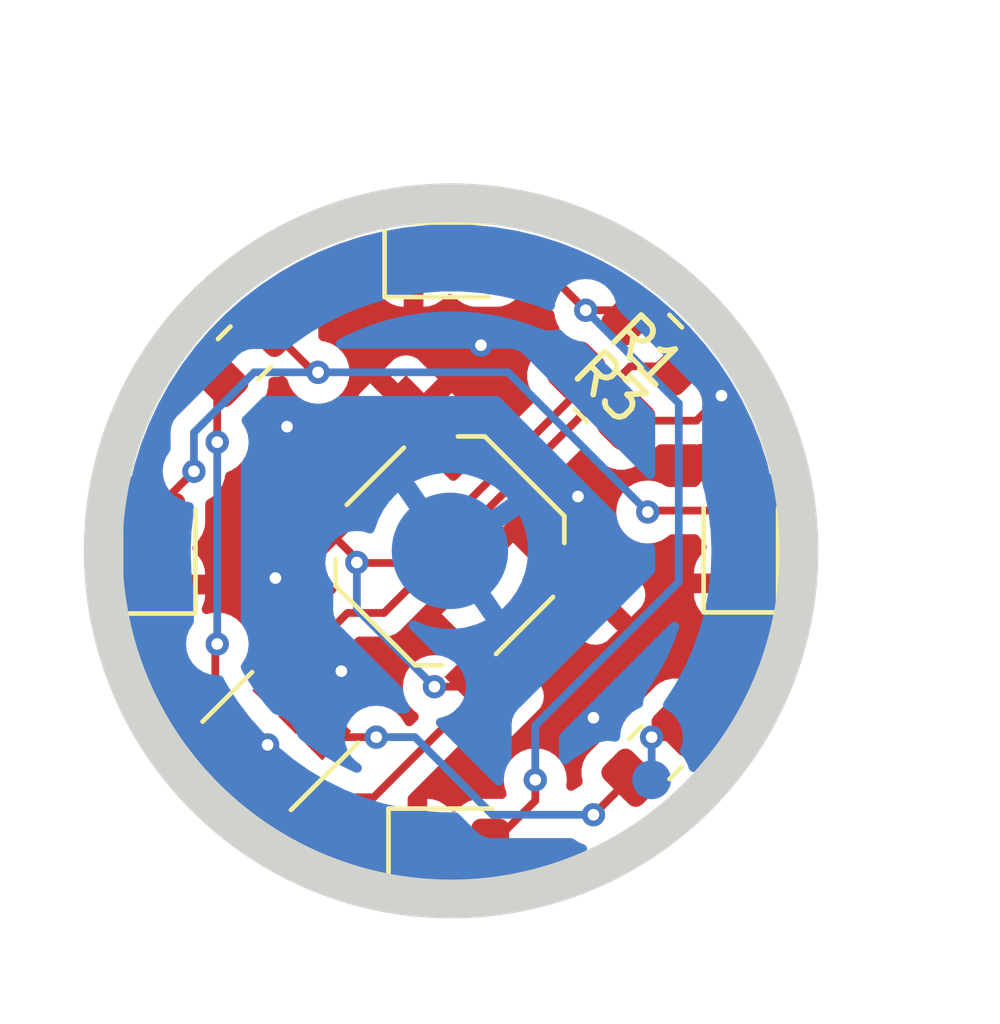
<source format=kicad_pcb>
(kicad_pcb (version 20221018) (generator pcbnew)
  (layers (0 "F.Cu" signal) (31 "B.Cu" signal) (34 "B.Paste" user) (35 "F.Paste" user) (36 "B.SilkS" user "B.Silkscreen") (37 "F.SilkS" user "F.Silkscreen") (38 "B.Mask" user) (39 "F.Mask" user) (44 "Edge.Cuts" user))
  (net 0 "")
  (net 1 "Net-(J1-Pad1)")
  (net 2 "/VCC")
  (net 3 "/GND")
  (net 4 "Net-(D1-A)")
  (net 5 "Net-(U1-PB1)")
  (net 6 "Net-(U1-PB0)")
  (net 7 "Net-(U1-PB2)")
  (net 8 "/RST")
  (net 9 "Net-(D2-A)")
  (footprint "LED_SMD:LED_0805_2012Metric" (layer "F.Cu") (at 92.48 44.93 90)
    (fp_text reference "D2" hide)
    (fp_text value "LED" hide)
    (fp_line (start -1.685 -0.96) (end -1.685 0.96) (stroke (width 0.12)) (layer "F.SilkS"))
    (fp_line (start -1.685 0.96) (end 1 0.96) (stroke (width 0.12)) (layer "F.SilkS"))
    (fp_line (start 1 -0.96) (end -1.685 -0.96) (stroke (width 0.12)) (layer "F.SilkS"))
    (pad "1" smd roundrect (at -0.9375 0 90) (size 0.975 1.4) (layers "F.Cu" "F.Paste" "F.Mask") (net 3 "/GND"))
    (pad "2" smd roundrect (at 0.9375 0 90) (size 0.975 1.4) (layers "F.Cu" "F.Paste" "F.Mask") (net 9 "Net-(D2-A)"))
  )
  (footprint "LED_SMD:LED_0805_2012Metric" (layer "F.Cu") (at 100 37.5)
    (fp_text reference "D3" hide)
    (fp_text value "LED" hide)
    (fp_line (start -1.685 -0.96) (end -1.685 0.96) (stroke (width 0.12)) (layer "F.SilkS"))
    (fp_line (start -1.685 0.96) (end 1 0.96) (stroke (width 0.12)) (layer "F.SilkS"))
    (fp_line (start 1 -0.96) (end -1.685 -0.96) (stroke (width 0.12)) (layer "F.SilkS"))
    (pad "1" smd roundrect (at -0.9375 0) (size 0.975 1.4) (layers "F.Cu" "F.Paste" "F.Mask") (net 3 "/GND"))
    (pad "2" smd roundrect (at 0.9375 0) (size 0.975 1.4) (layers "F.Cu" "F.Paste" "F.Mask") (net 4 "Net-(D1-A)"))
  )
  (footprint "LED_SMD:LED_0805_2012Metric" (layer "F.Cu") (at 107.5 44.9 90)
    (fp_text reference "D4" hide)
    (fp_text value "LED" hide)
    (fp_line (start -1.685 -0.96) (end -1.685 0.96) (stroke (width 0.12)) (layer "F.SilkS"))
    (fp_line (start -1.685 0.96) (end 1 0.96) (stroke (width 0.12)) (layer "F.SilkS"))
    (fp_line (start 1 -0.96) (end -1.685 -0.96) (stroke (width 0.12)) (layer "F.SilkS"))
    (pad "1" smd roundrect (at -0.9375 0 90) (size 0.975 1.4) (layers "F.Cu" "F.Paste" "F.Mask") (net 3 "/GND"))
    (pad "2" smd roundrect (at 0.9375 0 90) (size 0.975 1.4) (layers "F.Cu" "F.Paste" "F.Mask") (net 9 "Net-(D2-A)"))
  )
  (footprint "Resistor_SMD:R_0805_2012Metric" (layer "F.Cu") (at 103.9 41 -45)
    (fp_text reference "R1" (at 0 -1.65 135) (layer "F.SilkS"))
    (fp_text value "10k")
    (fp_line (start -0.227064 -0.735) (end 0.227064 -0.735) (stroke (width 0.12)) (layer "F.SilkS"))
    (fp_line (start -0.227064 0.735) (end 0.227064 0.735) (stroke (width 0.12)) (layer "F.SilkS"))
    (pad "1" smd roundrect (at -0.9125 0 315) (size 1.025 1.4) (layers "F.Cu" "F.Paste" "F.Mask") (roundrect_rratio 0.243902) (net 8 "/RST"))
    (pad "2" smd roundrect (at 0.9125 0 315) (size 1.025 1.4) (layers "F.Cu" "F.Paste" "F.Mask") (roundrect_rratio 0.243902) (net 2 "/VCC"))
  )
  (footprint "Resistor_SMD:R_0805_2012Metric" (layer "F.Cu") (at 105.3 50.2 -135)
    (fp_text reference "R2" hide)
    (fp_text value "RESISTOR0805")
    (fp_line (start -0.227064 -0.735) (end 0.227064 -0.735) (stroke (width 0.12)) (layer "F.SilkS"))
    (fp_line (start -0.227064 0.735) (end 0.227064 0.735) (stroke (width 0.12)) (layer "F.SilkS"))
    (pad "1" smd roundrect (at -0.9125 0 225) (size 1.025 1.4) (layers "F.Cu" "F.Paste" "F.Mask") (roundrect_rratio 0.243902) (net 1 "Net-(J1-Pad1)"))
    (pad "2" smd roundrect (at 0.9125 0 225) (size 1.025 1.4) (layers "F.Cu" "F.Paste" "F.Mask") (roundrect_rratio 0.243902) (net 6 "Net-(U1-PB0)"))
  )
  (footprint "Package_TO_SOT_SMD:SOT-23-6" (layer "F.Cu") (at 95.4 49.9 -135)
    (fp_text reference "U1" hide)
    (fp_text value "ATtiny10-TS" hide)
    (fp_line (start -0.9 1.61) (end 0.9 1.61) (stroke (width 0.12)) (layer "F.SilkS"))
    (fp_line (start 0.9 -1.61) (end -1.55 -1.61) (stroke (width 0.12)) (layer "F.SilkS"))
    (pad "1" smd rect (at -1.1 -0.95 225) (size 1.06 0.65) (layers "F.Cu" "F.Paste" "F.Mask") (net 6 "Net-(U1-PB0)"))
    (pad "2" smd rect (at -1.1 0 225) (size 1.06 0.65) (layers "F.Cu" "F.Paste" "F.Mask") (net 3 "/GND"))
    (pad "3" smd rect (at -1.1 0.95 225) (size 1.06 0.65) (layers "F.Cu" "F.Paste" "F.Mask") (net 5 "Net-(U1-PB1)"))
    (pad "4" smd rect (at 1.1 0.95 225) (size 1.06 0.65) (layers "F.Cu" "F.Paste" "F.Mask") (net 7 "Net-(U1-PB2)"))
    (pad "5" smd rect (at 1.1 0 225) (size 1.06 0.65) (layers "F.Cu" "F.Paste" "F.Mask") (net 2 "/VCC"))
    (pad "6" smd rect (at 1.1 -0.95 225) (size 1.06 0.65) (layers "F.Cu" "F.Paste" "F.Mask") (net 8 "/RST"))
  )
  (footprint "LED_SMD:LED_0805_2012Metric" (layer "F.Cu") (at 100.1 52.6)
    (fp_text reference "D1" hide)
    (fp_text value "LED" hide)
    (fp_line (start -1.685 -0.96) (end -1.685 0.96) (stroke (width 0.12)) (layer "F.SilkS"))
    (fp_line (start -1.685 0.96) (end 1 0.96) (stroke (width 0.12)) (layer "F.SilkS"))
    (fp_line (start 1 -0.96) (end -1.685 -0.96) (stroke (width 0.12)) (layer "F.SilkS"))
    (pad "1" smd roundrect (at -0.9375 0) (size 0.975 1.4) (layers "F.Cu" "F.Paste" "F.Mask") (net 3 "/GND"))
    (pad "2" smd roundrect (at 0.9375 0) (size 0.975 1.4) (layers "F.Cu" "F.Paste" "F.Mask") (net 4 "Net-(D1-A)"))
  )
  (footprint "Resistor_SMD:R_0805_2012Metric" (layer "F.Cu") (at 94.7 39.9 45)
    (fp_text reference "R4" hide)
    (fp_text value "RESISTOR0805")
    (fp_line (start -0.227064 -0.735) (end 0.227064 -0.735) (stroke (width 0.12)) (layer "F.SilkS"))
    (fp_line (start -0.227064 0.735) (end 0.227064 0.735) (stroke (width 0.12)) (layer "F.SilkS"))
    (pad "1" smd roundrect (at -0.9125 0 45) (size 1.025 1.4) (layers "F.Cu" "F.Paste" "F.Mask") (roundrect_rratio 0.243902) (net 7 "Net-(U1-PB2)"))
    (pad "2" smd roundrect (at 0.9125 0 45) (size 1.025 1.4) (layers "F.Cu" "F.Paste" "F.Mask") (roundrect_rratio 0.243902) (net 9 "Net-(D2-A)"))
  )
  (footprint "Resistor_SMD:R_0805_2012Metric" (layer "F.Cu") (at 105.3 39.6 135)
    (fp_text reference "R3" (at 0 -1.65 135) (layer "F.SilkS"))
    (fp_text value "RESISTOR0805")
    (fp_line (start -0.227064 -0.735) (end 0.227064 -0.735) (stroke (width 0.12)) (layer "F.SilkS"))
    (fp_line (start -0.227064 0.735) (end 0.227064 0.735) (stroke (width 0.12)) (layer "F.SilkS"))
    (pad "1" smd roundrect (at -0.9125 0 135) (size 1.025 1.4) (layers "F.Cu" "F.Paste" "F.Mask") (roundrect_rratio 0.243902) (net 5 "Net-(U1-PB1)"))
    (pad "2" smd roundrect (at 0.9125 0 135) (size 1.025 1.4) (layers "F.Cu" "F.Paste" "F.Mask") (roundrect_rratio 0.243902) (net 4 "Net-(D1-A)"))
  )
  (footprint "Button_Switch_SMD:SW_SPST_SKQG_WithoutStem" (layer "F.Cu") (at 100 45 135)
    (fp_text reference "S1" hide)
    (fp_text value "ROCKER_SWITCH-SPST_PTH_RIGHT_ANGLE")
    (fp_line (start -2.72 1.04) (end -2.72 -1.04) (stroke (width 0.12)) (layer "F.SilkS"))
    (fp_line (start -1.45 -2.72) (end -1.94 -2.23) (stroke (width 0.12)) (layer "F.SilkS"))
    (fp_line (start -1.45 -2.72) (end 1.45 -2.72) (stroke (width 0.12)) (layer "F.SilkS"))
    (fp_line (start -1.45 2.72) (end -1.94 2.23) (stroke (width 0.12)) (layer "F.SilkS"))
    (fp_line (start -1.45 2.72) (end 1.45 2.72) (stroke (width 0.12)) (layer "F.SilkS"))
    (fp_line (start 1.45 -2.72) (end 1.94 -2.23) (stroke (width 0.12)) (layer "F.SilkS"))
    (fp_line (start 1.45 2.72) (end 1.94 2.23) (stroke (width 0.12)) (layer "F.SilkS"))
    (fp_line (start 2.72 1.04) (end 2.72 -1.04) (stroke (width 0.12)) (layer "F.SilkS"))
    (pad "1" smd rect (at -3.1 -1.85 135) (size 1.8 1.1) (layers "F.Cu" "F.Paste" "F.Mask") (net 8 "/RST"))
    (pad "1" smd rect (at 3.1 -1.85 135) (size 1.8 1.1) (layers "F.Cu" "F.Paste" "F.Mask") (net 8 "/RST"))
    (pad "2" smd rect (at -3.1 1.85 135) (size 1.8 1.1) (layers "F.Cu" "F.Paste" "F.Mask") (net 3 "/GND"))
    (pad "2" smd rect (at 3.1 1.85 135) (size 1.8 1.1) (layers "F.Cu" "F.Paste" "F.Mask") (net 3 "/GND"))
    (zone (net 0) (net_name "") (layer "F.Cu") (connect_pads (clearance 0)) (min_thickness 0.254)
      (keepout (tracks not_allowed) (vias not_allowed) (pads not_allowed) (copperpour not_allowed) (footprints not_allowed))
      (fill (thermal_gap 0.508) (thermal_bridge_width 0.508))
      (polygon (pts (xy 98.373654 45.212132) (xy 96.252334 43.090812) (xy 98.090812 41.252334) (xy 100.212132 43.373654)))
    )
    (zone (net 0) (net_name "") (layer "F.Cu") (connect_pads (clearance 0)) (min_thickness 0.254)
      (keepout (tracks not_allowed) (vias not_allowed) (pads not_allowed) (copperpour not_allowed) (footprints not_allowed))
      (fill (thermal_gap 0.508) (thermal_bridge_width 0.508))
      (polygon (pts (xy 101.909188 48.747666) (xy 99.787868 46.626346) (xy 101.626346 44.787868) (xy 103.747666 46.909188)))
    )
  )
  (footprint "MY:CONTACT_1_ROUND" (layer "B.Cu") (at 105.2 50.9)
    (fp_text reference "J1" hide)
    (fp_text value "CONN_01_BZ")
    (pad "1" smd circle (at 0 0) (size 1 1) (layers "B.Cu" "B.Paste" "B.Mask") (net 1 "Net-(J1-Pad1)"))
  )
  (footprint "MY:BAT_HOLDER_LIR16_" (layer "B.Cu") (at 100 45 -10.5)
    (fp_text reference "BT1" hide)
    (fp_text value "Battery_Cell")
    (pad "1" smd custom (at -8.38 0.01 259.5) (size 0.8 0.8) (layers "B.Cu" "B.Paste" "B.Mask") (net 2 "/VCC") (options (clearance outline) (anchor circle)) (primitives (gr_arc (start 3.004199 -0.556795) (mid 1.527681 -0.140374) (end 0 0) (width 0.8))))
    (pad "1" smd custom (at 8.439675 -0.068121 79.5) (size 0.8 0.8) (layers "B.Cu" "B.Paste" "B.Mask") (net 2 "/VCC") (options (clearance outline) (anchor circle)) (primitives (gr_arc (start 3.004199 -0.556795) (mid 1.527681 -0.140374) (end 0 0) (width 0.8))))
    (pad "2" smd circle (at 0 0 169.5) (size 3 3) (layers "B.Cu" "B.Paste" "B.Mask") (net 3 "/GND"))
  )
  (gr_arc (start 109 45) (mid 91.059625 45.10293) (end 108.999998 44.999652) (stroke (width 1)) (layer "Edge.Cuts"))
  (segment (start 105.7 49.8) (end 105.945235 49.554765) (width 0.2) (layer "F.Cu") (net 1))
  (segment (start 105.2 49.8) (end 105.7 49.8) (width 0.2) (layer "F.Cu") (net 1))
  (via (at 105.2 49.8) (size 0.6) (drill 0.3) (layers "F.Cu" "B.Cu") (net 1))
  (segment (start 105.2 50.9) (end 105.2 49.8) (width 0.2) (layer "B.Cu") (net 1))
  (segment (start 104.545235 41.645235) (end 106.354765 41.645235) (width 0.2) (layer "F.Cu") (net 2))
  (segment (start 106.354765 41.645235) (end 107 41) (width 0.2) (layer "F.Cu") (net 2))
  (segment (start 94.622183 50.677817) (end 95.3 50) (width 0.2) (layer "F.Cu") (net 2))
  (via (at 107 41) (size 0.6) (drill 0.3) (layers "F.Cu" "B.Cu") (net 2))
  (via (at 95.3 50) (size 0.6) (drill 0.3) (layers "F.Cu" "B.Cu") (net 2))
  (segment (start 96.177817 49.122183) (end 97.2 48.1) (width 0.2) (layer "F.Cu") (net 3))
  (via (at 95.5 45.7) (size 0.6) (drill 0.3) (layers "F.Cu" "B.Cu") (net 3))
  (via (at 103.3 43.6) (size 0.6) (drill 0.3) (layers "F.Cu" "B.Cu") (net 3))
  (via (at 95.8 41.8) (size 0.6) (drill 0.3) (layers "F.Cu" "B.Cu") (net 3))
  (via (at 103.7 49.3) (size 0.6) (drill 0.3) (layers "F.Cu" "B.Cu") (net 3))
  (via (at 97.2 48.1) (size 0.6) (drill 0.3) (layers "F.Cu" "B.Cu") (net 3))
  (via (at 100.8 39.7) (size 0.6) (drill 0.3) (layers "F.Cu" "B.Cu") (net 3))
  (segment (start 102.2 51.4375) (end 102.2 50.9) (width 0.2) (layer "F.Cu") (net 4))
  (segment (start 101.0375 52.6) (end 102.2 51.4375) (width 0.2) (layer "F.Cu") (net 4))
  (segment (start 104.5 38.8) (end 104.654765 38.954765) (width 0.2) (layer "F.Cu") (net 4))
  (segment (start 102.2 37.5) (end 100.9375 37.5) (width 0.2) (layer "F.Cu") (net 4))
  (segment (start 103.5 38.8) (end 102.2 37.5) (width 0.2) (layer "F.Cu") (net 4))
  (segment (start 103.5 38.8) (end 104.5 38.8) (width 0.2) (layer "F.Cu") (net 4))
  (via (at 103.5 38.8) (size 0.6) (drill 0.3) (layers "F.Cu" "B.Cu") (net 4))
  (via (at 102.2 50.9) (size 0.6) (drill 0.3) (layers "F.Cu" "B.Cu") (net 4))
  (segment (start 102.2 49.5) (end 105.9 45.8) (width 0.2) (layer "B.Cu") (net 4))
  (segment (start 105.9 41.2) (end 103.5 38.8) (width 0.2) (layer "B.Cu") (net 4))
  (segment (start 105.9 45.8) (end 105.9 41.2) (width 0.2) (layer "B.Cu") (net 4))
  (segment (start 102.2 50.9) (end 102.2 49.5) (width 0.2) (layer "B.Cu") (net 4))
  (segment (start 105.945235 40.245235) (end 104.654765 40.245235) (width 0.2) (layer "F.Cu") (net 5))
  (segment (start 104.654765 40.245235) (end 98.3 46.6) (width 0.2) (layer "F.Cu") (net 5))
  (segment (start 98.3 46.6) (end 97.356497 46.6) (width 0.2) (layer "F.Cu") (net 5))
  (segment (start 97.356497 46.6) (end 95.506066 48.450431) (width 0.2) (layer "F.Cu") (net 5))
  (segment (start 104.654765 50.845235) (end 103.7 51.8) (width 0.2) (layer "F.Cu") (net 6))
  (segment (start 98.1 49.8) (end 96.855635 49.8) (width 0.2) (layer "F.Cu") (net 6))
  (segment (start 104.30953 50.5) (end 104.654765 50.845235) (width 0.2) (layer "F.Cu") (net 6))
  (segment (start 96.855635 49.8) (end 96.849569 49.793934) (width 0.2) (layer "F.Cu") (net 6))
  (segment (start 96.849569 49.793934) (end 96.993934 49.793934) (width 0.2) (layer "F.Cu") (net 6))
  (via (at 103.7 51.8) (size 0.6) (drill 0.3) (layers "F.Cu" "B.Cu") (net 6))
  (via (at 98.1 49.8) (size 0.6) (drill 0.3) (layers "F.Cu" "B.Cu") (net 6))
  (segment (start 101.1 51.8) (end 99.1 49.8) (width 0.2) (layer "B.Cu") (net 6))
  (segment (start 99.1 49.8) (end 98.1 49.8) (width 0.2) (layer "B.Cu") (net 6))
  (segment (start 103.7 51.8) (end 101.1 51.8) (width 0.2) (layer "B.Cu") (net 6))
  (segment (start 94 42.2) (end 94 40.6) (width 0.2) (layer "F.Cu") (net 7))
  (segment (start 93.950431 50.006066) (end 93.950431 47.449569) (width 0.2) (layer "F.Cu") (net 7))
  (segment (start 93.950431 47.449569) (end 94 47.4) (width 0.2) (layer "F.Cu") (net 7))
  (segment (start 94 40.6) (end 94.054765 40.545235) (width 0.2) (layer "F.Cu") (net 7))
  (via (at 94 47.4) (size 0.6) (drill 0.3) (layers "F.Cu" "B.Cu") (net 7))
  (via (at 94 42.2) (size 0.6) (drill 0.3) (layers "F.Cu" "B.Cu") (net 7))
  (segment (start 94 47.4) (end 94 42.2) (width 0.2) (layer "B.Cu") (net 7))
  (segment (start 97.695836 45.312132) (end 98.887868 45.312132) (width 0.2) (layer "F.Cu") (net 8))
  (segment (start 96.499821 44.116117) (end 97.695836 45.312132) (width 0.2) (layer "F.Cu") (net 8))
  (segment (start 99.600179 48.500179) (end 99.6 48.5) (width 0.2) (layer "F.Cu") (net 8))
  (segment (start 95.293934 51.349569) (end 98.034493 51.349569) (width 0.2) (layer "F.Cu") (net 8))
  (segment (start 98.034493 51.349569) (end 100.883883 48.500179) (width 0.2) (layer "F.Cu") (net 8))
  (segment (start 103.254765 40.945235) (end 103.254765 40.354765) (width 0.2) (layer "F.Cu") (net 8))
  (segment (start 100.883883 48.500179) (end 99.600179 48.500179) (width 0.2) (layer "F.Cu") (net 8))
  (segment (start 98.887868 45.312132) (end 103.254765 40.945235) (width 0.2) (layer "F.Cu") (net 8))
  (via (at 99.6 48.5) (size 0.6) (drill 0.3) (layers "F.Cu" "B.Cu") (net 8))
  (via (at 97.6 45.3) (size 0.6) (drill 0.3) (layers "F.Cu" "B.Cu") (net 8))
  (segment (start 97.6 46.5) (end 97.6 45.3) (width 0.2) (layer "B.Cu") (net 8))
  (segment (start 99.6 48.5) (end 97.6 46.5) (width 0.2) (layer "B.Cu") (net 8))
  (segment (start 96.6 40.4) (end 96.49047 40.4) (width 0.2) (layer "F.Cu") (net 9))
  (segment (start 96.49047 40.4) (end 95.345235 39.254765) (width 0.2) (layer "F.Cu") (net 9))
  (segment (start 92.48 43.9925) (end 92.48 43.87) (width 0.2) (layer "F.Cu") (net 9))
  (segment (start 105.1375 43.9625) (end 105.1 44) (width 0.2) (layer "F.Cu") (net 9))
  (segment (start 92.48 43.87) (end 93.4 42.95) (width 0.2) (layer "F.Cu") (net 9))
  (segment (start 107.5 43.9625) (end 105.1375 43.9625) (width 0.2) (layer "F.Cu") (net 9))
  (via (at 105.1 44) (size 0.6) (drill 0.3) (layers "F.Cu" "B.Cu") (net 9))
  (via (at 96.6 40.4) (size 0.6) (drill 0.3) (layers "F.Cu" "B.Cu") (net 9))
  (via (at 93.4 42.95) (size 0.6) (drill 0.3) (layers "F.Cu" "B.Cu") (net 9))
  (segment (start 101.5 40.4) (end 96.6 40.4) (width 0.2) (layer "B.Cu") (net 9))
  (segment (start 93.4 41.951471) (end 94.951471 40.4) (width 0.2) (layer "B.Cu") (net 9))
  (segment (start 105.1 44) (end 101.5 40.4) (width 0.2) (layer "B.Cu") (net 9))
  (segment (start 93.4 42.95) (end 93.4 41.951471) (width 0.2) (layer "B.Cu") (net 9))
  (segment (start 94.951471 40.4) (end 96.6 40.4) (width 0.2) (layer "B.Cu") (net 9))
  (zone (net 3) (net_name "/GND") (layer "F.Cu") (connect_pads (clearance 0.508)) (min_thickness 0.254) (fill yes (thermal_gap 0.508) (thermal_bridge_width 0.508))
    (polygon (pts (xy 95.27 36.81) (xy 97.29 35.95) (xy 100.1 35.64) (xy 102.71 36) (xy 105.09 37.09) (xy 107.29 39.06) (xy 109.04 42.15) (xy 109.57 44.33) (xy 109.4 46.78) (xy 108.46 49.41) (xy 106.21 52.4) (xy 104.21 53.46) (xy 101.62 54.43) (xy 97.8 54.2) (xy 94.74 52.83) (xy 92.23 50.35) (xy 90.69 47.41) (xy 90.48 43.69) (xy 91.67 40.38) (xy 93.55 38.07)))
  )
  (zone (net 2) (net_name "/VCC") (layer "B.Cu") (name "VCC") (priority 1) (connect_pads (clearance 0.5)) (min_thickness 0.25) (fill yes (thermal_gap 0.5) (thermal_bridge_width 0.5))
    (polygon (pts (xy 106.742807 45.026275) (xy 106.723108 44.512346) (xy 106.664125 44.001434) (xy 106.566206 43.496535) (xy 106.429924 43.000614) (xy 106.25608 42.51658) (xy 106.045694 42.047274) (xy 105.8 41.595449) (xy 105.52044 41.163759) (xy 105.208654 40.754735) (xy 104.866473 40.370778) (xy 104.495904 40.014141) (xy 104.099123 39.686918) (xy 103.678457 39.391028) (xy 103.236375 39.128208) (xy 102.775472 38.9) (xy 102.298452 38.707744) (xy 101.808114 38.552567) (xy 101.307337 38.435381) (xy 100.799058 38.356872) (xy 100.286261 38.317503) (xy 99.771955 38.317503) (xy 99.259158 38.356872) (xy 98.750879 38.435381) (xy 98.250102 38.552567) (xy 97.759764 38.707744) (xy 97.282744 38.9) (xy 96.821841 39.128208) (xy 96.379759 39.391028) (xy 95.959093 39.686918) (xy 95.562312 40.014141) (xy 95.191743 40.370778) (xy 94.849562 40.754735) (xy 94.537776 41.163759) (xy 94.258216 41.595449) (xy 94.012522 42.047274) (xy 93.802136 42.51658) (xy 93.628292 43.000614) (xy 93.49201 43.496535) (xy 93.394091 44.001434) (xy 93.335108 44.512346) (xy 93.315409 45.026275) (xy 93.335108 45.540204) (xy 93.394091 46.051116) (xy 93.49201 46.556015) (xy 93.628292 47.051936) (xy 93.802136 47.53597) (xy 94.012522 48.005276) (xy 94.258216 48.457101) (xy 94.537776 48.888791) (xy 94.849562 49.297815) (xy 95.191743 49.681772) (xy 95.562312 50.038409) (xy 95.959093 50.365632) (xy 96.379759 50.661522) (xy 96.821841 50.924342) (xy 97.282744 51.15255) (xy 97.759764 51.344806) (xy 98.250102 51.499983) (xy 98.750879 51.617169) (xy 99.259158 51.695678) (xy 99.771955 51.735047) (xy 100.286261 51.735047) (xy 100.799058 51.695678) (xy 101.307337 51.617169) (xy 101.808114 51.499983) (xy 102.298452 51.344806) (xy 102.775472 51.15255) (xy 103.236375 50.924342) (xy 103.678457 50.661522) (xy 104.099123 50.365632) (xy 107.002702 53.620572) (xy 104.7 56.4) (xy 95.5 56.4) (xy 89 50.2) (xy 88.4 40.8) (xy 95.3 34.3) (xy 104.1 34.3) (xy 110.5 40.2) (xy 110.9 49.3) (xy 107 53.6) (xy 104.2 50.3) (xy 104.866473 49.681772) (xy 105.208654 49.297815) (xy 105.52044 48.888791) (xy 105.8 48.457101) (xy 106.045694 48.005276) (xy 106.25608 47.53597) (xy 106.429924 47.051936) (xy 106.566206 46.556015) (xy 106.664125 46.051116) (xy 106.723108 45.540204)))
  )
  (zone (net 3) (net_name "/GND") (layer "B.Cu") (name "GND") (connect_pads (clearance 0.508)) (min_thickness 0.254) (fill yes (thermal_gap 0.508) (thermal_bridge_width 0.508))
    (polygon (pts (xy 106.18 52.68) (xy 108.43 49.51) (xy 109.45 46.58) (xy 109.62 43.74) (xy 108.53 40.81) (xy 106.56 38.05) (xy 104.21 36.4) (xy 101.14 35.67) (xy 98.64 35.46) (xy 95.22 36.58) (xy 93.02 38.35) (xy 90.64 41.84) (xy 90.11 45.26) (xy 91.22 49.84) (xy 93.8 52.4) (xy 96.51 54.55) (xy 100.08 54.55) (xy 103.9 54.1)))
  )
)
</source>
